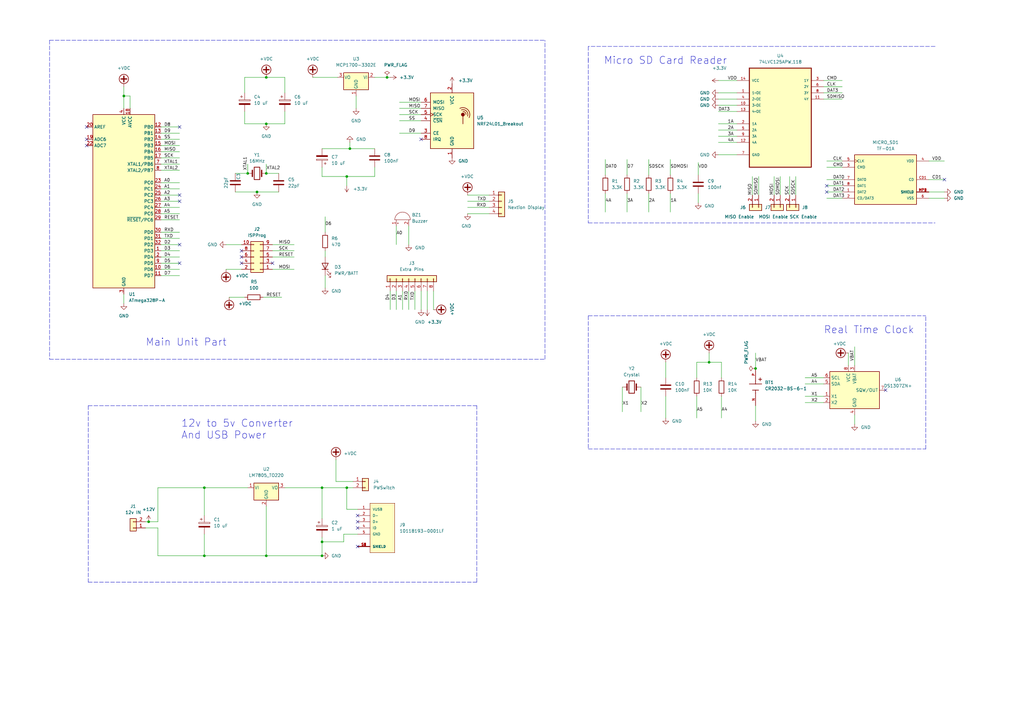
<source format=kicad_sch>
(kicad_sch (version 20211123) (generator eeschema)
  (paper "A3")
  (title_block (title "Main Unit") (date "2023-02-05") (rev "109") (company "OlsShot"))
  (lib_symbols
    (symbol "10118193-0001LF:10118193-0001LF" (pin_names (offset 1.016))
      (property "Reference" "J" (at -5.0817 10.9286 0))
      (property "Value" "10118193-0001LF" (at -5.0819 -12.7097 0))
      (symbol "10118193-0001LF_0_0"
        (pin passive line (at -10.16 7.62 0) (length 5.08) (name "VUSB") (number "1"))
        (pin passive line (at -10.16 5.08 0) (length 5.08) (name "D-") (number "2"))
        (pin passive line (at -10.16 2.54 0) (length 5.08) (name "D+") (number "3"))
        (pin passive line (at -10.16 0 0) (length 5.08) (name "ID") (number "4"))
        (pin passive line (at -10.16 -2.54 0) (length 5.08) (name "GND") (number "5"))
        (pin passive line (at -10.16 -7.62 0) (length 5.08) (name "SHIELD") (number "S1"))
        (pin passive line (at -10.16 -7.62 0) (length 5.08) (name "SHIELD") (number "S2"))
        (pin passive line (at -10.16 -7.62 0) (length 5.08) (name "SHIELD") (number "S3"))
        (pin passive line (at -10.16 -7.62 0) (length 5.08) (name "SHIELD") (number "S4"))
        (pin passive line (at -10.16 -7.62 0) (length 5.08) (name "SHIELD") (number "S5"))
        (pin passive line (at -10.16 -7.62 0) (length 5.08) (name "SHIELD") (number "S6"))
      )
    )
    (symbol "74LVC125APW_118:74LVC125APW,118" (pin_names (offset 1.016))
      (property "Reference" "U" (at -5.3629 20.3839 0))
      (property "Value" "74LVC125APW,118" (at -4.0706 -27.8833 0))
      (symbol "74LVC125APW,118_0_0"
        (pin input line (at -17.78 7.62 0) (length 5.08) (name "1~OE") (number "1"))
        (pin input line (at -17.78 2.54 0) (length 5.08) (name "3~OE") (number "10"))
        (pin output line (at 17.78 5.08 180) (length 5.08) (name "4Y") (number "11"))
        (pin input line (at -17.78 -12.7 0) (length 5.08) (name "4A") (number "12"))
        (pin input line (at -17.78 0 0) (length 5.08) (name "4~OE") (number "13"))
        (pin power_in line (at -17.78 12.7 0) (length 5.08) (name "VCC") (number "14"))
        (pin input line (at -17.78 -5.08 0) (length 5.08) (name "1A") (number "2"))
        (pin output line (at 17.78 12.7 180) (length 5.08) (name "1Y") (number "3"))
        (pin input line (at -17.78 5.08 0) (length 5.08) (name "2~OE") (number "4"))
        (pin input line (at -17.78 -7.62 0) (length 5.08) (name "2A") (number "5"))
        (pin output line (at 17.78 10.16 180) (length 5.08) (name "2Y") (number "6"))
        (pin input line (at -17.78 -17.78 0) (length 5.08) (name "GND") (number "7"))
        (pin output line (at 17.78 7.62 180) (length 5.08) (name "3Y") (number "8"))
        (pin input line (at -17.78 -10.16 0) (length 5.08) (name "3A") (number "9"))
      )
    )
    (symbol "CR2032-BS-6-1:CR2032-BS-6-1" (pin_names (offset 1.016))
      (property "Reference" "BT" (at -3.81 3.81 0))
      (property "Value" "CR2032-BS-6-1" (at -3.81 -5.08 0))
      (symbol "CR2032-BS-6-1_0_0"
        (pin passive line (at 7.62 0 180) (length 5.08) (name "~") (number "N"))
        (pin passive line (at -7.62 0 0) (length 5.08) (name "~") (number "P"))
      )
    )
    (symbol "Connector_Generic:Conn_01x02" (pin_names (offset 1.016) hide)
      (property "Reference" "J" (at 0 2.54 0))
      (property "Value" "Conn_01x02" (at 0 -5.08 0))
      (symbol "Conn_01x02_1_1"
        (pin passive line (at -5.08 0 0) (length 3.81) (name "Pin_1") (number "1"))
        (pin passive line (at -5.08 -2.54 0) (length 3.81) (name "Pin_2") (number "2"))
      )
    )
    (symbol "Connector_Generic:Conn_01x04" (pin_names (offset 1.016) hide)
      (property "Reference" "J" (at 0 5.08 0))
      (property "Value" "Conn_01x04" (at 0 -7.62 0))
      (symbol "Conn_01x04_1_1"
        (pin passive line (at -5.08 2.54 0) (length 3.81) (name "Pin_1") (number "1"))
        (pin passive line (at -5.08 0 0) (length 3.81) (name "Pin_2") (number "2"))
        (pin passive line (at -5.08 -2.54 0) (length 3.81) (name "Pin_3") (number "3"))
        (pin passive line (at -5.08 -5.08 0) (length 3.81) (name "Pin_4") (number "4"))
      )
    )
    (symbol "Connector_Generic:Conn_01x08" (pin_names (offset 1.016) hide)
      (property "Reference" "J" (at 0 10.16 0))
      (property "Value" "Conn_01x08" (at 0 -12.7 0))
      (symbol "Conn_01x08_1_1"
        (pin passive line (at -5.08 7.62 0) (length 3.81) (name "Pin_1") (number "1"))
        (pin passive line (at -5.08 5.08 0) (length 3.81) (name "Pin_2") (number "2"))
        (pin passive line (at -5.08 2.54 0) (length 3.81) (name "Pin_3") (number "3"))
        (pin passive line (at -5.08 0 0) (length 3.81) (name "Pin_4") (number "4"))
        (pin passive line (at -5.08 -2.54 0) (length 3.81) (name "Pin_5") (number "5"))
        (pin passive line (at -5.08 -5.08 0) (length 3.81) (name "Pin_6") (number "6"))
        (pin passive line (at -5.08 -7.62 0) (length 3.81) (name "Pin_7") (number "7"))
        (pin passive line (at -5.08 -10.16 0) (length 3.81) (name "Pin_8") (number "8"))
      )
    )
    (symbol "Connector_Generic:Conn_02x05_Odd_Even" (pin_names (offset 1.016) hide)
      (property "Reference" "J" (at 1.27 7.62 0))
      (property "Value" "Conn_02x05_Odd_Even" (at 1.27 -7.62 0))
      (symbol "Conn_02x05_Odd_Even_1_1"
        (pin passive line (at -5.08 5.08 0) (length 3.81) (name "Pin_1") (number "1"))
        (pin passive line (at 7.62 -5.08 180) (length 3.81) (name "Pin_10") (number "10"))
        (pin passive line (at 7.62 5.08 180) (length 3.81) (name "Pin_2") (number "2"))
        (pin passive line (at -5.08 2.54 0) (length 3.81) (name "Pin_3") (number "3"))
        (pin passive line (at 7.62 2.54 180) (length 3.81) (name "Pin_4") (number "4"))
        (pin passive line (at -5.08 0 0) (length 3.81) (name "Pin_5") (number "5"))
        (pin passive line (at 7.62 0 180) (length 3.81) (name "Pin_6") (number "6"))
        (pin passive line (at -5.08 -2.54 0) (length 3.81) (name "Pin_7") (number "7"))
        (pin passive line (at 7.62 -2.54 180) (length 3.81) (name "Pin_8") (number "8"))
        (pin passive line (at -5.08 -5.08 0) (length 3.81) (name "Pin_9") (number "9"))
      )
    )
    (symbol "Device:Buzzer" (pin_names (offset 0.0254) hide)
      (property "Reference" "BZ" (at 3.81 1.27 0))
      (property "Value" "Buzzer" (at 3.81 -1.27 0))
      (symbol "Buzzer_1_1"
        (pin passive line (at -2.54 2.54 0) (length 2.54) (name "-") (number "1"))
        (pin passive line (at -2.54 -2.54 0) (length 2.54) (name "+") (number "2"))
      )
    )
    (symbol "Device:C" (pin_numbers hide) (pin_names (offset 0.254))
      (property "Reference" "C" (at 0.635 2.54 0))
      (property "Value" "C" (at 0.635 -2.54 0))
      (symbol "C_1_1"
        (pin passive line (at 0 3.81 270) (length 2.794) (name "~") (number "1"))
        (pin passive line (at 0 -3.81 90) (length 2.794) (name "~") (number "2"))
      )
    )
    (symbol "Device:C_Polarized" (pin_numbers hide) (pin_names (offset 0.254))
      (property "Reference" "C" (at 0.635 2.54 0))
      (property "Value" "C_Polarized" (at 0.635 -2.54 0))
      (symbol "C_Polarized_1_1"
        (pin passive line (at 0 3.81 270) (length 2.794) (name "~") (number "1"))
        (pin passive line (at 0 -3.81 90) (length 2.794) (name "~") (number "2"))
      )
    )
    (symbol "Device:Crystal" (pin_numbers hide) (pin_names (offset 1.016) hide)
      (property "Reference" "Y" (at 0 3.81 0))
      (property "Value" "Crystal" (at 0 -3.81 0))
      (symbol "Crystal_1_1"
        (pin passive line (at -3.81 0 0) (length 1.27) (name "1") (number "1"))
        (pin passive line (at 3.81 0 180) (length 1.27) (name "2") (number "2"))
      )
    )
    (symbol "Device:LED" (pin_numbers hide) (pin_names (offset 1.016) hide)
      (property "Reference" "D" (at 0 2.54 0))
      (property "Value" "LED" (at 0 -2.54 0))
      (symbol "LED_1_1"
        (pin passive line (at -3.81 0 0) (length 2.54) (name "K") (number "1"))
        (pin passive line (at 3.81 0 180) (length 2.54) (name "A") (number "2"))
      )
    )
    (symbol "Device:R" (pin_numbers hide) (pin_names (offset 0))
      (property "Reference" "R" (at 2.032 0 90))
      (property "Value" "R" (at 0 0 90))
      (symbol "R_1_1"
        (pin passive line (at 0 3.81 270) (length 1.27) (name "~") (number "1"))
        (pin passive line (at 0 -3.81 90) (length 1.27) (name "~") (number "2"))
      )
    )
    (symbol "MCU_Microchip_ATmega:ATmega328P-A"
      (property "Reference" "U" (at -12.7 36.83 0))
      (property "Value" "ATmega328P-A" (at 2.54 -36.83 0))
      (symbol "ATmega328P-A_1_1"
        (pin bidirectional line (at 15.24 -20.32 180) (length 2.54) (name "PD3") (number "1"))
        (pin bidirectional line (at 15.24 -27.94 180) (length 2.54) (name "PD6") (number "10"))
        (pin bidirectional line (at 15.24 -30.48 180) (length 2.54) (name "PD7") (number "11"))
        (pin bidirectional line (at 15.24 30.48 180) (length 2.54) (name "PB0") (number "12"))
        (pin bidirectional line (at 15.24 27.94 180) (length 2.54) (name "PB1") (number "13"))
        (pin bidirectional line (at 15.24 25.4 180) (length 2.54) (name "PB2") (number "14"))
        (pin bidirectional line (at 15.24 22.86 180) (length 2.54) (name "PB3") (number "15"))
        (pin bidirectional line (at 15.24 20.32 180) (length 2.54) (name "PB4") (number "16"))
        (pin bidirectional line (at 15.24 17.78 180) (length 2.54) (name "PB5") (number "17"))
        (pin power_in line (at 2.54 38.1 270) (length 2.54) (name "AVCC") (number "18"))
        (pin input line (at -15.24 25.4 0) (length 2.54) (name "ADC6") (number "19"))
        (pin bidirectional line (at 15.24 -22.86 180) (length 2.54) (name "PD4") (number "2"))
        (pin passive line (at -15.24 30.48 0) (length 2.54) (name "AREF") (number "20"))
        (pin passive line (at 0 -38.1 90) (length 2.54) hide (name "GND") (number "21"))
        (pin input line (at -15.24 22.86 0) (length 2.54) (name "ADC7") (number "22"))
        (pin bidirectional line (at 15.24 7.62 180) (length 2.54) (name "PC0") (number "23"))
        (pin bidirectional line (at 15.24 5.08 180) (length 2.54) (name "PC1") (number "24"))
        (pin bidirectional line (at 15.24 2.54 180) (length 2.54) (name "PC2") (number "25"))
        (pin bidirectional line (at 15.24 0 180) (length 2.54) (name "PC3") (number "26"))
        (pin bidirectional line (at 15.24 -2.54 180) (length 2.54) (name "PC4") (number "27"))
        (pin bidirectional line (at 15.24 -5.08 180) (length 2.54) (name "PC5") (number "28"))
        (pin bidirectional line (at 15.24 -7.62 180) (length 2.54) (name "~{RESET}/PC6") (number "29"))
        (pin power_in line (at 0 -38.1 90) (length 2.54) (name "GND") (number "3"))
        (pin bidirectional line (at 15.24 -12.7 180) (length 2.54) (name "PD0") (number "30"))
        (pin bidirectional line (at 15.24 -15.24 180) (length 2.54) (name "PD1") (number "31"))
        (pin bidirectional line (at 15.24 -17.78 180) (length 2.54) (name "PD2") (number "32"))
        (pin power_in line (at 0 38.1 270) (length 2.54) (name "VCC") (number "4"))
        (pin passive line (at 0 -38.1 90) (length 2.54) hide (name "GND") (number "5"))
        (pin passive line (at 0 38.1 270) (length 2.54) hide (name "VCC") (number "6"))
        (pin bidirectional line (at 15.24 15.24 180) (length 2.54) (name "XTAL1/PB6") (number "7"))
        (pin bidirectional line (at 15.24 12.7 180) (length 2.54) (name "XTAL2/PB7") (number "8"))
        (pin bidirectional line (at 15.24 -25.4 180) (length 2.54) (name "PD5") (number "9"))
      )
    )
    (symbol "RF:NRF24L01_Breakout" (pin_names (offset 1.016))
      (property "Reference" "U" (at -8.89 12.7 0))
      (property "Value" "NRF24L01_Breakout" (at 3.81 12.7 0))
      (symbol "NRF24L01_Breakout_1_1"
        (pin power_in line (at 0 -15.24 90) (length 3.81) (name "GND") (number "1"))
        (pin power_in line (at 0 15.24 270) (length 3.81) (name "VCC") (number "2"))
        (pin input line (at -12.7 -5.08 0) (length 3.81) (name "CE") (number "3"))
        (pin input line (at -12.7 0 0) (length 3.81) (name "~{CSN}") (number "4"))
        (pin input clock (at -12.7 2.54 0) (length 3.81) (name "SCK") (number "5"))
        (pin input line (at -12.7 7.62 0) (length 3.81) (name "MOSI") (number "6"))
        (pin output line (at -12.7 5.08 0) (length 3.81) (name "MISO") (number "7"))
        (pin output line (at -12.7 -7.62 0) (length 3.81) (name "IRQ") (number "8"))
      )
    )
    (symbol "Regulator_Linear:LM7805_TO220" (pin_names (offset 0.254))
      (property "Reference" "U" (at -3.81 3.175 0))
      (property "Value" "LM7805_TO220" (at 0 3.175 0))
      (symbol "LM7805_TO220_1_1"
        (pin power_in line (at -7.62 0 0) (length 2.54) (name "VI") (number "1"))
        (pin power_in line (at 0 -7.62 90) (length 2.54) (name "GND") (number "2"))
        (pin power_out line (at 7.62 0 180) (length 2.54) (name "VO") (number "3"))
      )
    )
    (symbol "Regulator_Linear:MCP1700x-330xxTO" (pin_names (offset 0.254))
      (property "Reference" "U" (at -3.81 -3.175 0))
      (property "Value" "MCP1700x-330xxTO" (at 0 -3.175 0))
      (symbol "MCP1700x-330xxTO_1_1"
        (pin power_in line (at 0 7.62 270) (length 2.54) (name "GND") (number "1"))
        (pin power_in line (at -7.62 0 0) (length 2.54) (name "VI") (number "2"))
        (pin power_out line (at 7.62 0 180) (length 2.54) (name "VO") (number "3"))
      )
    )
    (symbol "TF-01A:TF-01A" (pin_names (offset 1.016))
      (property "Reference" "MICRO_SD" (at -12.7 10.795 0))
      (property "Value" "TF-01A" (at -12.7 -12.7 0))
      (symbol "TF-01A_0_0"
        (pin bidirectional line (at -17.78 -5.08 0) (length 5.08) (name "DAT2") (number "1"))
        (pin bidirectional line (at -17.78 -7.62 0) (length 5.08) (name "CD/DAT3") (number "2"))
        (pin bidirectional line (at -17.78 5.08 0) (length 5.08) (name "CMD") (number "3"))
        (pin power_in line (at 17.78 7.62 180) (length 5.08) (name "VDD") (number "4"))
        (pin bidirectional clock (at -17.78 7.62 0) (length 5.08) (name "CLK") (number "5"))
        (pin power_in line (at 17.78 -7.62 180) (length 5.08) (name "VSS") (number "6"))
        (pin bidirectional line (at -17.78 0 0) (length 5.08) (name "DAT0") (number "7"))
        (pin bidirectional line (at -17.78 -2.54 0) (length 5.08) (name "DAT1") (number "8"))
        (pin passive line (at 17.78 0 180) (length 5.08) (name "CD") (number "CD1"))
        (pin power_in line (at 17.78 -5.08 180) (length 5.08) (name "SHIELD") (number "MP1"))
        (pin power_in line (at 17.78 -5.08 180) (length 5.08) (name "SHIELD") (number "MP2"))
        (pin power_in line (at 17.78 -5.08 180) (length 5.08) (name "SHIELD") (number "MP3"))
        (pin power_in line (at 17.78 -5.08 180) (length 5.08) (name "SHIELD") (number "MP4"))
      )
    )
    (symbol "Timer_RTC:DS1307ZN+"
      (property "Reference" "U" (at -8.89 8.89 0))
      (property "Value" "DS1307ZN+" (at 1.27 8.89 0))
      (symbol "DS1307ZN+_1_1"
        (pin input line (at -12.7 -2.54 0) (length 2.54) (name "X1") (number "1"))
        (pin input line (at -12.7 -5.08 0) (length 2.54) (name "X2") (number "2"))
        (pin power_in line (at 0 10.16 270) (length 2.54) (name "VBAT") (number "3"))
        (pin power_in line (at 0 -10.16 90) (length 2.54) (name "GND") (number "4"))
        (pin bidirectional line (at -12.7 2.54 0) (length 2.54) (name "SDA") (number "5"))
        (pin input line (at -12.7 5.08 0) (length 2.54) (name "SCL") (number "6"))
        (pin open_collector line (at 12.7 0 180) (length 2.54) (name "SQW/OUT") (number "7"))
        (pin power_in line (at -2.54 10.16 270) (length 2.54) (name "VCC") (number "8"))
      )
    )
    (symbol "power:+12V" (power) (pin_names (offset 0))
      (property "Value" "+12V" (at 0 3.556 0))
      (symbol "+12V_1_1"
        (pin power_in line (at 0 0 90) (length 0) hide (name "+12V") (number "1"))
      )
    )
    (symbol "power:+3.3V" (power) (pin_names (offset 0))
      (property "Value" "+3.3V" (at 0 3.556 0))
      (symbol "+3.3V_1_1"
        (pin power_in line (at 0 0 90) (length 0) hide (name "+3.3V") (number "1"))
      )
    )
    (symbol "power:+VDC" (power) (pin_names (offset 0))
      (property "Value" "+VDC" (at 0 6.35 0))
      (symbol "+VDC_1_1"
        (pin power_in line (at 0 0 90) (length 0) hide (name "+VDC") (number "1"))
      )
    )
    (symbol "power:GND" (power) (pin_names (offset 0))
      (property "Value" "GND" (at 0 -3.81 0))
      (symbol "GND_1_1"
        (pin power_in line (at 0 0 270) (length 0) hide (name "GND") (number "1"))
      )
    )
    (symbol "power:PWR_FLAG" (power) (pin_numbers hide) (pin_names (offset 0) hide)
      (property "Value" "PWR_FLAG" (at 0 3.81 0))
      (symbol "PWR_FLAG_0_0"
        (pin power_out line (at 0 0 90) (length 0) (name "pwr") (number "1"))
      )
    )
  )
  (junction (at 109.22 31.75))
  (junction (at 109.22 50.8))
  (junction (at 290.83 148.59))
  (junction (at 60.96 213.995))
  (junction (at 50.8 39.37))
  (junction (at 132.08 227.965))
  (junction (at 142.24 72.39))
  (junction (at 142.24 200.025))
  (junction (at 109.22 227.965))
  (junction (at 101.6 71.12))
  (junction (at 143.51 60.96))
  (junction (at 158.75 31.75))
  (junction (at 83.82 227.965))
  (junction (at 83.82 200.025))
  (junction (at 105.41 78.74))
  (junction (at 132.08 222.25))
  (junction (at 109.22 71.12))
  (junction (at 309.88 151.13))
  (junction (at 132.08 200.025))
  (no_connect (at 35.56 59.69))
  (no_connect (at 99.06 102.87))
  (no_connect (at 73.66 52.07))
  (no_connect (at 172.72 57.15))
  (no_connect (at 339.09 78.74))
  (no_connect (at 111.76 107.95))
  (no_connect (at 146.685 213.995))
  (no_connect (at 99.06 107.95))
  (no_connect (at 73.66 100.33))
  (no_connect (at 73.66 107.95))
  (no_connect (at 99.06 105.41))
  (no_connect (at 73.66 82.55))
  (no_connect (at 146.685 216.535))
  (no_connect (at 387.35 73.66))
  (no_connect (at 146.685 224.155))
  (no_connect (at 35.56 57.15))
  (no_connect (at 146.685 211.455))
  (no_connect (at 339.09 76.2))
  (no_connect (at 35.56 52.07))
  (no_connect (at 73.66 80.01))
  (no_connect (at 363.22 160.02))
  (wire (pts (xy 111.76 100.33) (xy 120.65 100.33)))
  (wire (pts (xy 66.04 113.03) (xy 73.66 113.03)))
  (wire (pts (xy 66.04 74.93) (xy 73.66 74.93)))
  (wire (pts (xy 53.34 39.37) (xy 50.8 39.37)))
  (polyline (pts (xy 223.52 147.32) (xy 223.52 16.51)))
  (wire (pts (xy 273.05 148.59) (xy 273.05 154.94)))
  (wire (pts (xy 162.56 92.71) (xy 162.56 100.33)))
  (wire (pts (xy 286.385 79.375) (xy 286.385 83.185)))
  (wire (pts (xy 83.82 219.075) (xy 83.82 227.965)))
  (wire (pts (xy 381 78.74) (xy 387.35 78.74)))
  (wire (pts (xy 330.2 154.94) (xy 337.82 154.94)))
  (wire (pts (xy 317.5 72.39) (xy 317.5 80.01)))
  (polyline (pts (xy 241.3 129.54) (xy 379.73 129.54)))
  (wire (pts (xy 137.795 188.595) (xy 137.795 197.485)))
  (wire (pts (xy 66.04 100.33) (xy 73.66 100.33)))
  (wire (pts (xy 294.64 58.42) (xy 302.26 58.42)))
  (polyline (pts (xy 241.3 91.44) (xy 383.54 91.44)))
  (wire (pts (xy 96.52 78.74) (xy 105.41 78.74)))
  (wire (pts (xy 93.98 121.92) (xy 100.33 121.92)))
  (wire (pts (xy 285.75 154.94) (xy 285.75 148.59)))
  (wire (pts (xy 337.82 33.02) (xy 345.44 33.02)))
  (wire (pts (xy 294.64 33.02) (xy 302.26 33.02)))
  (wire (pts (xy 294.64 43.18) (xy 302.26 43.18)))
  (wire (pts (xy 295.91 148.59) (xy 295.91 154.94)))
  (wire (pts (xy 100.33 31.75) (xy 109.22 31.75)))
  (wire (pts (xy 337.82 38.1) (xy 345.44 38.1)))
  (wire (pts (xy 257.175 65.405) (xy 257.175 71.755)))
  (polyline (pts (xy 379.73 184.15) (xy 379.73 129.54)))
  (wire (pts (xy 165.1 119.38) (xy 165.1 127)))
  (polyline (pts (xy 241.3 19.05) (xy 241.3 25.4)))
  (wire (pts (xy 146.685 208.915) (xy 142.24 208.915)))
  (wire (pts (xy 92.71 110.49) (xy 99.06 110.49)))
  (wire (pts (xy 109.22 227.965) (xy 109.22 207.645)))
  (wire (pts (xy 132.08 72.39) (xy 142.24 72.39)))
  (polyline (pts (xy 36.195 166.37) (xy 195.58 166.37)))
  (wire (pts (xy 191.77 87.63) (xy 200.66 87.63)))
  (wire (pts (xy 60.96 213.995) (xy 64.77 213.995)))
  (wire (pts (xy 350.52 170.18) (xy 350.52 173.99)))
  (wire (pts (xy 160.02 119.38) (xy 160.02 127)))
  (wire (pts (xy 50.8 39.37) (xy 50.8 44.45)))
  (wire (pts (xy 339.09 73.66) (xy 345.44 73.66)))
  (wire (pts (xy 133.35 113.03) (xy 133.35 118.11)))
  (wire (pts (xy 163.83 44.45) (xy 172.72 44.45)))
  (wire (pts (xy 66.04 110.49) (xy 73.66 110.49)))
  (wire (pts (xy 116.84 50.8) (xy 109.22 50.8)))
  (wire (pts (xy 64.77 216.535) (xy 64.77 227.965)))
  (wire (pts (xy 163.83 54.61) (xy 172.72 54.61)))
  (wire (pts (xy 339.09 81.28) (xy 345.44 81.28)))
  (wire (pts (xy 191.77 85.09) (xy 200.66 85.09)))
  (wire (pts (xy 266.065 65.405) (xy 266.065 71.755)))
  (wire (pts (xy 274.955 79.375) (xy 274.955 86.995)))
  (wire (pts (xy 330.2 162.56) (xy 337.82 162.56)))
  (wire (pts (xy 109.22 67.31) (xy 109.22 71.12)))
  (wire (pts (xy 294.64 38.1) (xy 302.26 38.1)))
  (wire (pts (xy 101.6 67.31) (xy 101.6 71.12)))
  (wire (pts (xy 153.67 72.39) (xy 153.67 68.58)))
  (wire (pts (xy 66.04 69.85) (xy 73.66 69.85)))
  (wire (pts (xy 132.08 222.25) (xy 132.08 220.345)))
  (wire (pts (xy 248.285 79.375) (xy 248.285 86.995)))
  (wire (pts (xy 66.04 107.95) (xy 73.66 107.95)))
  (wire (pts (xy 285.75 148.59) (xy 290.83 148.59)))
  (wire (pts (xy 66.04 57.15) (xy 73.66 57.15)))
  (wire (pts (xy 381 73.66) (xy 387.35 73.66)))
  (wire (pts (xy 132.08 200.025) (xy 132.08 212.725)))
  (wire (pts (xy 172.72 119.38) (xy 172.72 127)))
  (wire (pts (xy 347.98 144.78) (xy 347.98 149.86)))
  (wire (pts (xy 167.64 119.38) (xy 167.64 127)))
  (wire (pts (xy 116.84 200.025) (xy 132.08 200.025)))
  (wire (pts (xy 143.51 58.42) (xy 143.51 60.96)))
  (wire (pts (xy 111.76 110.49) (xy 120.65 110.49)))
  (wire (pts (xy 146.05 39.37) (xy 146.05 44.45)))
  (polyline (pts (xy 241.3 129.54) (xy 241.3 184.15)))
  (wire (pts (xy 66.04 105.41) (xy 73.66 105.41)))
  (wire (pts (xy 191.77 80.01) (xy 200.66 80.01)))
  (wire (pts (xy 66.04 97.79) (xy 73.66 97.79)))
  (wire (pts (xy 59.69 216.535) (xy 64.77 216.535)))
  (wire (pts (xy 111.76 105.41) (xy 120.65 105.41)))
  (wire (pts (xy 146.685 219.075) (xy 140.97 219.075)))
  (wire (pts (xy 163.83 49.53) (xy 172.72 49.53)))
  (wire (pts (xy 107.95 121.92) (xy 115.57 121.92)))
  (wire (pts (xy 64.77 200.025) (xy 83.82 200.025)))
  (wire (pts (xy 330.2 157.48) (xy 337.82 157.48)))
  (wire (pts (xy 266.065 79.375) (xy 266.065 86.995)))
  (wire (pts (xy 64.77 227.965) (xy 83.82 227.965)))
  (wire (pts (xy 66.04 82.55) (xy 73.66 82.55)))
  (wire (pts (xy 381 81.28) (xy 387.35 81.28)))
  (wire (pts (xy 274.955 65.405) (xy 274.955 71.755)))
  (polyline (pts (xy 195.58 238.76) (xy 195.58 166.37)))
  (wire (pts (xy 66.04 54.61) (xy 73.66 54.61)))
  (wire (pts (xy 105.41 78.74) (xy 114.3 78.74)))
  (wire (pts (xy 248.285 65.405) (xy 248.285 71.755)))
  (wire (pts (xy 137.795 197.485) (xy 144.78 197.485)))
  (wire (pts (xy 170.18 119.38) (xy 170.18 127)))
  (wire (pts (xy 350.52 142.24) (xy 350.52 149.86)))
  (wire (pts (xy 311.15 72.39) (xy 311.15 80.01)))
  (wire (pts (xy 255.27 158.75) (xy 255.27 168.91)))
  (wire (pts (xy 290.83 144.78) (xy 290.83 148.59)))
  (polyline (pts (xy 20.32 16.51) (xy 20.32 147.32)))
  (wire (pts (xy 50.8 35.56) (xy 50.8 39.37)))
  (wire (pts (xy 109.22 31.75) (xy 116.84 31.75)))
  (wire (pts (xy 109.22 227.965) (xy 132.08 227.965)))
  (wire (pts (xy 290.83 148.59) (xy 295.91 148.59)))
  (wire (pts (xy 153.67 31.75) (xy 158.75 31.75)))
  (wire (pts (xy 339.09 66.04) (xy 345.44 66.04)))
  (wire (pts (xy 66.04 52.07) (xy 73.66 52.07)))
  (wire (pts (xy 163.83 41.91) (xy 172.72 41.91)))
  (wire (pts (xy 59.69 213.995) (xy 60.96 213.995)))
  (wire (pts (xy 92.71 100.33) (xy 99.06 100.33)))
  (wire (pts (xy 66.04 80.01) (xy 73.66 80.01)))
  (wire (pts (xy 294.64 53.34) (xy 302.26 53.34)))
  (wire (pts (xy 100.33 50.8) (xy 100.33 45.72)))
  (polyline (pts (xy 241.3 184.15) (xy 379.73 184.15)))
  (wire (pts (xy 66.04 85.09) (xy 73.66 85.09)))
  (wire (pts (xy 83.82 200.025) (xy 83.82 211.455)))
  (wire (pts (xy 309.88 144.78) (xy 309.88 151.13)))
  (wire (pts (xy 64.77 213.995) (xy 64.77 200.025)))
  (polyline (pts (xy 36.195 238.76) (xy 195.58 238.76)))
  (wire (pts (xy 175.26 119.38) (xy 175.26 127)))
  (wire (pts (xy 163.83 46.99) (xy 172.72 46.99)))
  (wire (pts (xy 337.82 40.64) (xy 345.44 40.64)))
  (polyline (pts (xy 36.195 166.37) (xy 36.195 238.76)))
  (wire (pts (xy 133.35 88.9) (xy 133.35 95.25)))
  (wire (pts (xy 262.89 158.75) (xy 262.89 168.91)))
  (wire (pts (xy 140.97 222.25) (xy 132.08 222.25)))
  (wire (pts (xy 132.08 68.58) (xy 132.08 72.39)))
  (wire (pts (xy 66.04 67.31) (xy 73.66 67.31)))
  (wire (pts (xy 381 66.04) (xy 387.35 66.04)))
  (wire (pts (xy 294.64 63.5) (xy 302.26 63.5)))
  (wire (pts (xy 257.175 79.375) (xy 257.175 86.995)))
  (wire (pts (xy 294.64 45.72) (xy 302.26 45.72)))
  (wire (pts (xy 143.51 60.96) (xy 153.67 60.96)))
  (polyline (pts (xy 241.3 24.13) (xy 241.3 91.44)))
  (wire (pts (xy 273.05 162.56) (xy 273.05 171.45)))
  (wire (pts (xy 167.64 92.71) (xy 167.64 100.33)))
  (wire (pts (xy 128.27 31.75) (xy 138.43 31.75)))
  (wire (pts (xy 337.82 35.56) (xy 345.44 35.56)))
  (wire (pts (xy 66.04 59.69) (xy 73.66 59.69)))
  (wire (pts (xy 339.09 76.2) (xy 345.44 76.2)))
  (wire (pts (xy 132.08 200.025) (xy 142.24 200.025)))
  (wire (pts (xy 100.33 38.1) (xy 100.33 31.75)))
  (polyline (pts (xy 20.32 147.32) (xy 223.52 147.32)))
  (wire (pts (xy 339.09 78.74) (xy 345.44 78.74)))
  (wire (pts (xy 177.8 119.38) (xy 177.8 127)))
  (wire (pts (xy 83.82 227.965) (xy 109.22 227.965)))
  (wire (pts (xy 140.97 219.075) (xy 140.97 222.25)))
  (wire (pts (xy 101.6 200.025) (xy 83.82 200.025)))
  (wire (pts (xy 308.61 72.39) (xy 308.61 80.01)))
  (wire (pts (xy 66.04 90.17) (xy 73.66 90.17)))
  (wire (pts (xy 142.24 208.915) (xy 142.24 200.025)))
  (wire (pts (xy 142.24 72.39) (xy 142.24 76.2)))
  (wire (pts (xy 295.91 162.56) (xy 295.91 171.45)))
  (wire (pts (xy 326.39 72.39) (xy 326.39 80.01)))
  (wire (pts (xy 142.24 200.025) (xy 144.78 200.025)))
  (wire (pts (xy 339.09 68.58) (xy 345.44 68.58)))
  (wire (pts (xy 66.04 95.25) (xy 73.66 95.25)))
  (wire (pts (xy 294.64 55.88) (xy 302.26 55.88)))
  (wire (pts (xy 320.04 72.39) (xy 320.04 80.01)))
  (wire (pts (xy 111.76 102.87) (xy 120.65 102.87)))
  (wire (pts (xy 50.8 120.65) (xy 50.8 124.46)))
  (wire (pts (xy 66.04 87.63) (xy 73.66 87.63)))
  (wire (pts (xy 132.08 227.965) (xy 132.08 222.25)))
  (polyline (pts (xy 383.54 19.05) (xy 241.3 19.05)))
  (wire (pts (xy 66.04 64.77) (xy 73.66 64.77)))
  (wire (pts (xy 294.64 50.8) (xy 302.26 50.8)))
  (polyline (pts (xy 20.32 16.51) (xy 223.52 16.51)))
  (wire (pts (xy 53.34 44.45) (xy 53.34 39.37)))
  (wire (pts (xy 109.22 50.8) (xy 100.33 50.8)))
  (wire (pts (xy 294.64 40.64) (xy 302.26 40.64)))
  (wire (pts (xy 66.04 102.87) (xy 73.66 102.87)))
  (wire (pts (xy 66.04 62.23) (xy 73.66 62.23)))
  (wire (pts (xy 66.04 77.47) (xy 73.66 77.47)))
  (wire (pts (xy 96.52 71.12) (xy 101.6 71.12)))
  (wire (pts (xy 109.22 71.12) (xy 114.3 71.12)))
  (wire (pts (xy 158.75 31.75) (xy 160.02 31.75)))
  (wire (pts (xy 285.75 162.56) (xy 285.75 171.45)))
  (wire (pts (xy 309.88 166.37) (xy 309.88 172.72)))
  (wire (pts (xy 142.24 72.39) (xy 153.67 72.39)))
  (wire (pts (xy 116.84 45.72) (xy 116.84 50.8)))
  (wire (pts (xy 330.2 165.1) (xy 337.82 165.1)))
  (wire (pts (xy 133.35 102.87) (xy 133.35 105.41)))
  (wire (pts (xy 132.08 60.96) (xy 143.51 60.96)))
  (wire (pts (xy 286.385 66.675) (xy 286.385 71.755)))
  (wire (pts (xy 323.85 72.39) (xy 323.85 80.01)))
  (wire (pts (xy 116.84 31.75) (xy 116.84 38.1)))
  (wire (pts (xy 162.56 119.38) (xy 162.56 127)))
  (wire (pts (xy 191.77 82.55) (xy 200.66 82.55)))
  (text "Micro SD Card Reader" (at 247.65 26.67 0) (effects (font (size 3 3)) (justify left bottom)))
  (text "Main Unit Part" (at 59.69 142.24 0) (effects (font (size 3 3)) (justify left bottom)))
  (text "12v to 5v Converter\nAnd USB Power" (at 74.295 180.34 0) (effects (font (size 3 3)) (justify left bottom)))
  (text "Real Time Clock" (at 337.82 137.16 0) (effects (font (size 3 3)) (justify left bottom)))
  (label "VBAT" (at 350.52 143.51 270))
  (label "D6" (at 67.31 110.49 0))
  (label "TXD" (at 67.31 97.79 0))
  (label "MISO" (at 167.64 44.45 0))
  (label "D7" (at 257.175 69.215 0))
  (label "SS" (at 67.31 57.15 0))
  (label "D4" (at 160.02 123.19 90))
  (label "D3" (at 162.56 123.19 90))
  (label "A1" (at 67.31 77.47 0))
  (label "X2" (at 262.89 166.37 0))
  (label "A4" (at 332.74 157.48 0))
  (label "VDD" (at 298.45 33.02 0))
  (label "X2" (at 332.74 165.1 0))
  (label "VBAT" (at 309.88 148.59 0))
  (label "DAT0" (at 248.285 69.215 0))
  (label "4A" (at 248.285 83.185 0))
  (label "A2" (at 67.31 80.01 0))
  (label "VDD" (at 382.27 66.04 0))
  (label "D3" (at 67.31 102.87 0))
  (label "2A" (at 298.45 53.34 0))
  (label "D5" (at 67.31 107.95 0))
  (label "DAT3" (at 339.09 38.1 0))
  (label "MISO" (at 114.3 100.33 0))
  (label "RXD" (at 167.64 123.19 90))
  (label "XTAL1" (at 101.6 69.85 90))
  (label "SDSCK" (at 326.39 80.01 90))
  (label "SDMOSI" (at 274.955 69.215 0))
  (label "RESET" (at 109.22 121.92 0))
  (label "1A" (at 274.955 83.185 0))
  (label "3A" (at 257.175 83.185 0))
  (label "D2" (at 67.31 100.33 0))
  (label "CLK" (at 341.63 66.04 0))
  (label "XTAL2" (at 67.31 69.85 0))
  (label "SCK" (at 323.85 80.01 90))
  (label "SCK" (at 114.3 102.87 0))
  (label "MOSI" (at 317.5 80.01 90))
  (label "A1" (at 165.1 123.19 90))
  (label "SS" (at 167.64 49.53 0))
  (label "DAT1" (at 341.63 76.2 0))
  (label "CMD" (at 341.63 68.58 0))
  (label "A3" (at 67.31 82.55 0))
  (label "A0" (at 162.56 96.52 0))
  (label "SCK" (at 167.64 46.99 0))
  (label "D9" (at 67.31 54.61 0))
  (label "A5" (at 285.75 168.91 0))
  (label "MOSI" (at 167.64 41.91 0))
  (label "MISO" (at 308.61 80.01 90))
  (label "D4" (at 67.31 105.41 0))
  (label "A4" (at 67.31 85.09 0))
  (label "DAT0" (at 341.63 73.66 0))
  (label "4A" (at 298.45 58.42 0))
  (label "A0" (at 67.31 74.93 0))
  (label "MISO" (at 67.31 62.23 0))
  (label "MOSI" (at 67.31 59.69 0))
  (label "D8" (at 67.31 52.07 0))
  (label "CD1" (at 382.27 73.66 0))
  (label "TXD" (at 199.39 82.55 180))
  (label "CMD" (at 339.09 33.02 0))
  (label "RESET" (at 67.31 90.17 0))
  (label "SDMISO" (at 311.15 80.01 90))
  (label "D7" (at 67.31 113.03 0))
  (label "TXD" (at 170.18 123.19 90))
  (label "A5" (at 67.31 87.63 0))
  (label "SDMOSI" (at 320.04 80.01 90))
  (label "1A" (at 298.45 50.8 0))
  (label "RXD" (at 67.31 95.25 0))
  (label "D6" (at 133.35 92.71 0))
  (label "D9" (at 167.64 54.61 0))
  (label "XTAL1" (at 67.31 67.31 0))
  (label "A5" (at 332.74 154.94 0))
  (label "DAT2" (at 341.63 78.74 0))
  (label "VDD" (at 286.385 69.215 0))
  (label "A4" (at 295.91 168.91 0))
  (label "CLK" (at 339.09 35.56 0))
  (label "RESET" (at 114.3 105.41 0))
  (label "X1" (at 332.74 162.56 0))
  (label "XTAL2" (at 109.22 69.85 0))
  (label "SCK" (at 67.31 64.77 0))
  (label "MOSI" (at 114.3 110.49 0))
  (label "DAT3" (at 341.63 81.28 0))
  (label "2A" (at 266.065 83.185 0))
  (label "RXD" (at 199.39 85.09 180))
  (label "SDMISO" (at 339.09 40.64 0))
  (label "X1" (at 255.27 166.37 0))
  (label "3A" (at 298.45 55.88 0))
  (label "SDSCK" (at 266.065 69.215 0))
  (label "DAT3" (at 294.64 45.72 0))
  (symbol (lib_id "Device:C_Polarized") (at 132.08 64.77 180) (unit 1)
    (property "Reference" "C7" (at 135.89 64.3889 0) (effects (justify right)))
    (property "Value" "10 uF" (at 135.89 66.9289 0) (effects (justify right)))
    (property "Footprint" "Capacitor_THT:CP_Radial_D5.0mm_P2.50mm" (effects hide))
  )
  (symbol (lib_id "power:GND") (at 146.05 44.45 0) (unit 1)
    (property "Reference" "#PWR022" (effects hide))
    (property "Value" "GND" (at 146.05 49.53 0))
  )
  (symbol (lib_id "Device:R") (at 266.065 75.565 0) (unit 1)
    (property "Reference" "R3" (at 268.605 74.2949 0) (effects (justify left)))
    (property "Value" "3.3K" (at 268.605 76.8349 0) (effects (justify left)))
    (property "Footprint" "Resistor_SMD:R_0603_1608Metric" (effects hide))
    (property "LCSC" "C22978" (effects hide))
  )
  (symbol (lib_id "Timer_RTC:DS1307ZN+") (at 350.52 160.02 0) (unit 1)
    (property "Reference" "U6" (at 368.3 155.6893 0))
    (property "Value" "DS1307ZN+" (at 368.3 158.2293 0))
    (property "Footprint" "Package_SO:SOIC-8_3.9x4.9mm_P1.27mm" (effects hide))
    (property "Datasheet" "https://datasheets.maximintegrated.com/en/ds/DS1307.pdf" (effects hide))
    (property "LCSC" "C356706" (effects hide))
  )
  (symbol (lib_id "power:GND") (at 350.52 173.99 0) (unit 1)
    (property "Reference" "#PWR052" (effects hide))
    (property "Value" "GND" (at 353.06 175.2599 0) (effects (justify left)))
  )
  (symbol (lib_id "power:+VDC") (at 92.71 110.49 180) (unit 1)
    (property "Reference" "#PWR010" (effects hide))
    (property "Value" "+VDC" (at 96.52 113.0934 0) (effects (justify right)))
  )
  (symbol (lib_id "Regulator_Linear:LM7805_TO220") (at 109.22 200.025 0) (unit 1)
    (property "Reference" "U2" (at 109.22 192.405 0))
    (property "Value" "LM7805_TO220" (at 109.22 194.945 0))
    (property "Footprint" "Package_TO_SOT_THT:TO-220-3_Vertical" (effects hide))
    (property "Datasheet" "https://www.onsemi.cn/PowerSolutions/document/MC7800-D.PDF" (effects hide))
  )
  (symbol (lib_id "Connector_Generic:Conn_02x05_Odd_Even") (at 106.68 105.41 180) (unit 1)
    (property "Reference" "J2" (at 105.41 93.98 0))
    (property "Value" "ISPProg" (at 105.41 96.52 0))
    (property "Footprint" "Connector_IDC:IDC-Header_2x05_P2.54mm_Vertical" (effects hide))
  )
  (symbol (lib_id "Device:C_Polarized") (at 116.84 41.91 0) (unit 1)
    (property "Reference" "C6" (at 120.65 39.7509 0) (effects (justify left)))
    (property "Value" "10 uF" (at 120.65 42.2909 0) (effects (justify left)))
    (property "Footprint" "Capacitor_THT:CP_Radial_D5.0mm_P2.50mm" (effects hide))
  )
  (symbol (lib_id "power:GND") (at 309.88 172.72 0) (unit 1)
    (property "Reference" "#PWR045" (effects hide))
    (property "Value" "GND" (at 312.42 173.9899 0) (effects (justify left)))
  )
  (symbol (lib_id "power:+VDC") (at 128.27 31.75 0) (unit 1)
    (property "Reference" "#PWR018" (effects hide))
    (property "Value" "+VDC" (at 128.27 24.13 0))
  )
  (symbol (lib_id "power:+VDC") (at 347.98 144.78 90) (unit 1)
    (property "Reference" "#PWR0101" (effects hide))
    (property "Value" "+VDC" (at 341.63 140.97 90) (effects (justify right)))
  )
  (symbol (lib_id "Device:C") (at 96.52 74.93 0) (unit 1)
    (property "Reference" "C3" (at 97.79 72.39 90))
    (property "Value" "22pF" (at 92.71 74.93 90))
    (property "Footprint" "Capacitor_SMD:C_0603_1608Metric" (effects hide))
    (property "LCSC" "C1653" (effects hide))
  )
  (symbol (lib_id "power:+VDC") (at 93.98 121.92 180) (unit 1)
    (property "Reference" "#PWR011" (effects hide))
    (property "Value" "+VDC" (at 97.79 124.5234 0) (effects (justify right)))
  )
  (symbol (lib_id "power:GND") (at 191.77 87.63 0) (unit 1)
    (property "Reference" "#PWR054" (effects hide))
    (property "Value" "GND" (at 189.23 92.71 0) (effects (justify left)))
  )
  (symbol (lib_id "power:+3.3V") (at 160.02 31.75 270) (unit 1)
    (property "Reference" "#PWR027" (effects hide))
    (property "Value" "+3.3V" (at 163.83 31.7499 90) (effects (justify left)))
  )
  (symbol (lib_id "Connector_Generic:Conn_01x02") (at 54.61 216.535 180) (unit 1)
    (property "Reference" "J1" (at 54.61 207.645 0))
    (property "Value" "12v IN" (at 54.61 210.185 0))
    (property "Footprint" "Connector_JST:JST_EH_B2B-EH-A_1x02_P2.50mm_Vertical" (effects hide))
  )
  (symbol (lib_id "Regulator_Linear:MCP1700x-330xxTO") (at 146.05 31.75 180) (unit 1)
    (property "Reference" "U3" (at 146.05 24.13 0))
    (property "Value" "MCP1700-3302E" (at 146.05 26.67 0))
    (property "Footprint" "Package_TO_SOT_THT:TO-92_Inline" (effects hide))
    (property "Datasheet" "http://ww1.microchip.com/downloads/en/DeviceDoc/20001826D.pdf" (effects hide))
  )
  (symbol (lib_id "power:GND") (at 143.51 58.42 180) (unit 1)
    (property "Reference" "#PWR021" (effects hide))
    (property "Value" "GND" (at 146.05 57.1499 0) (effects (justify right)))
  )
  (symbol (lib_id "MCU_Microchip_ATmega:ATmega328P-A") (at 50.8 82.55 0) (unit 1)
    (property "Reference" "U1" (at 52.8194 120.65 0) (effects (justify left)))
    (property "Value" "ATmega328P-A" (at 52.8194 123.19 0) (effects (justify left)))
    (property "Footprint" "Package_QFP:TQFP-32_7x7mm_P0.8mm" (effects hide))
    (property "Datasheet" "http://ww1.microchip.com/downloads/en/DeviceDoc/ATmega328_P%20AVR%20MCU%20with%20picoPower%20Technology%20Data%20Sheet%2040001984A.pdf" (effects hide))
    (property "LCSC" "C14877" (effects hide))
  )
  (symbol (lib_id "Device:Crystal") (at 105.41 71.12 180) (unit 1)
    (property "Reference" "Y1" (at 105.41 63.5 0))
    (property "Value" "16MHz" (at 105.41 66.04 0))
    (property "Footprint" "Crystal:Crystal_HC18-U_Vertical" (effects hide))
  )
  (symbol (lib_id "power:GND") (at 273.05 171.45 0) (unit 1)
    (property "Reference" "#PWR040" (effects hide))
    (property "Value" "GND" (at 275.59 172.7199 0) (effects (justify left)))
  )
  (symbol (lib_id "power:GND") (at 294.64 43.18 270) (unit 1)
    (property "Reference" "#PWR013" (effects hide))
    (property "Value" "GND" (at 287.02 43.18 90) (effects (justify left)))
  )
  (symbol (lib_id "Connector_Generic:Conn_01x02") (at 326.39 85.09 270) (unit 1)
    (property "Reference" "J8" (at 328.93 85.09 90) (effects (justify left)))
    (property "Value" "SCK Enable" (at 323.85 88.9 90) (effects (justify left)))
    (property "Footprint" "Connector_PinHeader_2.54mm:PinHeader_1x02_P2.54mm_Vertical" (effects hide))
  )
  (symbol (lib_id "Device:R") (at 285.75 158.75 0) (unit 1)
    (property "Reference" "R13" (at 288.29 157.4799 0) (effects (justify left)))
    (property "Value" "10K" (at 288.29 160.0199 0) (effects (justify left)))
    (property "Footprint" "Resistor_SMD:R_0603_1608Metric" (effects hide))
    (property "LCSC" "C25804" (effects hide))
  )
  (symbol (lib_id "Connector_Generic:Conn_01x02") (at 311.15 85.09 270) (unit 1)
    (property "Reference" "J6" (at 303.53 85.09 90) (effects (justify left)))
    (property "Value" "MISO Enable" (at 297.18 88.9 90) (effects (justify left)))
    (property "Footprint" "Connector_PinHeader_2.54mm:PinHeader_1x02_P2.54mm_Vertical" (effects hide))
  )
  (symbol (lib_id "power:GND") (at 294.64 63.5 270) (unit 1)
    (property "Reference" "#PWR014" (effects hide))
    (property "Value" "GND" (at 287.02 63.5 90) (effects (justify left)))
  )
  (symbol (lib_id "TF-01A:TF-01A") (at 363.22 73.66 0) (unit 1)
    (property "Reference" "MICRO_SD1" (at 363.22 58.42 0))
    (property "Value" "TF-01A" (at 363.22 60.96 0))
    (property "Footprint" "TF-01A" (effects hide))
    (property "Package" "Package" (effects hide))
    (property "MF" "HRO Electronics Co., Ltd." (effects hide))
    (property "Description" "Standard Card Edge Connectors" (effects hide))
    (property "MP" "TF-01A" (effects hide))
    (property "Availability" "Not in stock" (effects hide))
    (property "Price" "None" (effects hide))
    (property "LCSC" "C91145" (effects hide))
  )
  (symbol (lib_id "Device:R") (at 133.35 99.06 0) (unit 1)
    (property "Reference" "R6" (at 135.89 97.7899 0) (effects (justify left)))
    (property "Value" "470" (at 135.89 100.3299 0) (effects (justify left)))
    (property "Footprint" "Resistor_SMD:R_0603_1608Metric" (effects hide))
    (property "LCSC" "C23179" (effects hide))
  )
  (symbol (lib_id "RF:NRF24L01_Breakout") (at 185.42 49.53 0) (unit 1)
    (property "Reference" "U5" (at 195.58 48.2599 0) (effects (justify left)))
    (property "Value" "NRF24L01_Breakout" (at 195.58 50.7999 0) (effects (justify left)))
    (property "Footprint" "RF_Module:nRF24L01_Breakout" (effects hide))
    (property "Datasheet" "http://www.nordicsemi.com/eng/content/download/2730/34105/file/nRF24L01_Product_Specification_v2_0.pdf" (effects hide))
  )
  (symbol (lib_id "Connector_Generic:Conn_01x04") (at 205.74 82.55 0) (unit 1)
    (property "Reference" "J5" (at 208.28 82.5499 0) (effects (justify left)))
    (property "Value" "Nextion Display" (at 208.28 85.0899 0) (effects (justify left)))
    (property "Footprint" "Connector_JST:JST_EH_B4B-EH-A_1x04_P2.50mm_Vertical" (effects hide))
  )
  (symbol (lib_id "power:PWR_FLAG") (at 158.75 31.75 0) (unit 1)
    (property "Reference" "#FLG04" (effects hide))
    (property "Value" "PWR_FLAG" (at 157.48 26.67 0) (effects (justify left)))
  )
  (symbol (lib_id "power:+VDC") (at 177.8 127 270) (unit 1)
    (property "Reference" "#PWR034" (effects hide))
    (property "Value" "+VDC" (at 185.42 129.54 0) (effects (justify right)))
  )
  (symbol (lib_id "Device:C_Polarized") (at 100.33 41.91 0) (unit 1)
    (property "Reference" "C4" (at 104.14 39.7509 0) (effects (justify left)))
    (property "Value" "10 uF" (at 104.14 42.2909 0) (effects (justify left)))
    (property "Footprint" "Capacitor_THT:CP_Radial_D5.0mm_P2.50mm" (effects hide))
  )
  (symbol (lib_id "Device:C") (at 286.385 75.565 0) (unit 1)
    (property "Reference" "C9" (at 290.195 74.2949 0) (effects (justify left)))
    (property "Value" "100nf" (at 290.195 76.8349 0) (effects (justify left)))
    (property "Footprint" "Capacitor_THT:C_Disc_D5.0mm_W2.5mm_P2.50mm" (effects hide))
  )
  (symbol (lib_id "power:GND") (at 92.71 100.33 270) (unit 1)
    (property "Reference" "#PWR09" (effects hide))
    (property "Value" "GND" (at 85.09 100.33 90) (effects (justify left)))
  )
  (symbol (lib_id "power:+VDC") (at 109.22 31.75 0) (unit 1)
    (property "Reference" "#PWR016" (effects hide))
    (property "Value" "+VDC" (at 109.22 24.13 0))
  )
  (symbol (lib_id "Device:Buzzer") (at 165.1 90.17 90) (unit 1)
    (property "Reference" "BZ1" (at 168.91 88.1379 90) (effects (justify right)))
    (property "Value" "Buzzer" (at 168.91 90.6779 90) (effects (justify right)))
    (property "Footprint" "Buzzer_Beeper:Buzzer_15x7.5RM7.6" (effects hide))
  )
  (symbol (lib_id "power:GND") (at 167.64 100.33 0) (unit 1)
    (property "Reference" "#PWR030" (effects hide))
    (property "Value" "GND" (at 170.18 101.5999 0) (effects (justify left)))
  )
  (symbol (lib_id "Connector_Generic:Conn_01x02") (at 149.86 197.485 0) (unit 1)
    (property "Reference" "J4" (at 153.035 197.4849 0) (effects (justify left)))
    (property "Value" "PWSwitch" (at 153.035 200.0249 0) (effects (justify left)))
    (property "Footprint" "Connector_JST:JST_EH_B2B-EH-A_1x02_P2.50mm_Vertical" (effects hide))
  )
  (symbol (lib_id "power:GND") (at 50.8 124.46 0) (unit 1)
    (property "Reference" "#PWR06" (effects hide))
    (property "Value" "GND" (at 50.8 129.54 0))
  )
  (symbol (lib_id "power:GND") (at 132.08 227.965 90) (unit 1)
    (property "Reference" "#PWR02" (effects hide))
    (property "Value" "GND" (at 135.89 227.9649 90) (effects (justify right)))
  )
  (symbol (lib_id "Device:C") (at 153.67 64.77 0) (unit 1)
    (property "Reference" "C8" (at 157.48 63.4999 0) (effects (justify left)))
    (property "Value" "100nF" (at 157.48 66.0399 0) (effects (justify left)))
    (property "Footprint" "Capacitor_THT:C_Disc_D5.0mm_W2.5mm_P2.50mm" (effects hide))
  )
  (symbol (lib_id "CR2032-BS-6-1:CR2032-BS-6-1") (at 309.88 158.75 270) (unit 1)
    (property "Reference" "BT1" (at 313.69 156.8449 90) (effects (justify left)))
    (property "Value" "CR2032-BS-6-1" (at 313.69 159.3849 90) (effects (justify left)))
    (property "Footprint" "BAT_CR2032-BS-6-1" (effects hide))
    (property "PARTREV" "2011/2/14" (effects hide))
    (property "MANUFACTURER" "Shenzhen Q and J Electronics" (effects hide))
    (property "MAXIMUM_PACKAGE_HEIGHT" "5.55mm" (effects hide))
    (property "SNAPEDA_PN" "CR2032-BS-6-1" (effects hide))
    (property "STANDARD" "Manufacturer Recommendations" (effects hide))
    (property "LCSC" "C70377" (effects hide))
  )
  (symbol (lib_id "power:GND") (at 387.35 78.74 90) (unit 1)
    (property "Reference" "#PWR023" (effects hide))
    (property "Value" "GND" (at 391.16 78.7399 90) (effects (justify right)))
  )
  (symbol (lib_id "Device:R") (at 257.175 75.565 0) (unit 1)
    (property "Reference" "R2" (at 259.715 74.2949 0) (effects (justify left)))
    (property "Value" "3.3K" (at 259.715 76.8349 0) (effects (justify left)))
    (property "Footprint" "Resistor_SMD:R_0603_1608Metric" (effects hide))
    (property "LCSC" "C22978" (effects hide))
  )
  (symbol (lib_id "Device:Crystal") (at 259.08 158.75 180) (unit 1)
    (property "Reference" "Y2" (at 259.08 151.13 0))
    (property "Value" "Crystal" (at 259.08 153.67 0))
    (property "Footprint" "Crystal:Crystal_AT310_D3.0mm_L10.0mm_Horizontal" (effects hide))
  )
  (symbol (lib_id "power:+VDC") (at 191.77 80.01 0) (unit 1)
    (property "Reference" "#PWR053" (effects hide))
    (property "Value" "+VDC" (at 194.31 72.39 0) (effects (justify right)))
  )
  (symbol (lib_id "Connector_Generic:Conn_01x08") (at 167.64 114.3 90) (unit 1)
    (property "Reference" "J3" (at 168.91 107.95 90))
    (property "Value" "Extra Pins" (at 168.91 110.49 90))
    (property "Footprint" "Connector_PinHeader_2.54mm:PinHeader_1x08_P2.54mm_Vertical" (effects hide))
  )
  (symbol (lib_id "Device:C") (at 273.05 158.75 180) (unit 1)
    (property "Reference" "C10" (at 276.86 157.4799 0) (effects (justify right)))
    (property "Value" "100nF" (at 276.86 160.0199 0) (effects (justify right)))
    (property "Footprint" "Capacitor_THT:C_Disc_D5.0mm_W2.5mm_P2.50mm" (effects hide))
  )
  (symbol (lib_id "74LVC125APW_118:74LVC125APW,118") (at 320.04 45.72 0) (unit 1)
    (property "Reference" "U4" (at 320.04 22.86 0))
    (property "Value" "74LVC125APW,118" (at 320.04 25.4 0))
    (property "Footprint" "74LVC125APW_118:SOP65P640X110-14N" (effects hide))
    (property "PACKAGE" "TSSOP-14" (effects hide))
    (property "SUPPLIER" "NXP" (effects hide))
    (property "OC_FARNELL" "1826647" (effects hide))
    (property "OC_NEWARK" "78R7407" (effects hide))
    (property "MPN" "74LVC125APW,118" (effects hide))
    (property "LCSC" "C6059" (effects hide))
  )
  (symbol (lib_id "power:GND") (at 133.35 118.11 0) (unit 1)
    (property "Reference" "#PWR019" (effects hide))
    (property "Value" "GND" (at 135.89 119.3799 0) (effects (justify left)))
  )
  (symbol (lib_id "Device:C_Polarized") (at 132.08 216.535 0) (unit 1)
    (property "Reference" "C2" (at 135.89 214.3759 0) (effects (justify left)))
    (property "Value" "1 uF" (at 135.89 216.9159 0) (effects (justify left)))
    (property "Footprint" "Capacitor_THT:CP_Radial_D5.0mm_P2.50mm" (effects hide))
  )
  (symbol (lib_id "Device:R") (at 104.14 121.92 270) (unit 1)
    (property "Reference" "R5" (at 104.14 115.57 90))
    (property "Value" "100" (at 104.14 118.11 90))
    (property "Footprint" "Resistor_SMD:R_0603_1608Metric" (effects hide))
    (property "LCSC" "C22775" (effects hide))
  )
  (symbol (lib_id "Device:C") (at 114.3 74.93 180) (unit 1)
    (property "Reference" "C5" (at 118.11 73.6599 0) (effects (justify right)))
    (property "Value" "22pF" (at 118.11 76.1999 0) (effects (justify right)))
    (property "Footprint" "Capacitor_SMD:C_0603_1608Metric" (effects hide))
    (property "LCSC" "C1653" (effects hide))
  )
  (symbol (lib_id "power:+3.3V") (at 294.64 33.02 90) (unit 1)
    (property "Reference" "#PWR07" (effects hide))
    (property "Value" "+3.3V" (at 292.1 27.94 90) (effects (justify right)))
  )
  (symbol (lib_id "Device:R") (at 274.955 75.565 0) (unit 1)
    (property "Reference" "R4" (at 277.495 74.2949 0) (effects (justify left)))
    (property "Value" "3.3K" (at 277.495 76.8349 0) (effects (justify left)))
    (property "Footprint" "Resistor_SMD:R_0603_1608Metric" (effects hide))
    (property "LCSC" "C22978" (effects hide))
  )
  (symbol (lib_id "power:GND") (at 294.64 40.64 270) (unit 1)
    (property "Reference" "#PWR012" (effects hide))
    (property "Value" "GND" (at 287.02 40.64 90) (effects (justify left)))
  )
  (symbol (lib_id "power:GND") (at 109.22 50.8 0) (unit 1)
    (property "Reference" "#PWR017" (effects hide))
    (property "Value" "GND" (at 109.22 55.88 0))
  )
  (symbol (lib_id "power:+12V") (at 60.96 213.995 0) (unit 1)
    (property "Reference" "#PWR01" (effects hide))
    (property "Value" "+12V" (at 60.96 208.915 0))
  )
  (symbol (lib_id "power:+VDC") (at 50.8 35.56 0) (unit 1)
    (property "Reference" "#PWR05" (effects hide))
    (property "Value" "+VDC" (at 50.8 27.94 0))
  )
  (symbol (lib_id "power:GND") (at 294.64 38.1 270) (unit 1)
    (property "Reference" "#PWR08" (effects hide))
    (property "Value" "GND" (at 287.02 38.1 90) (effects (justify left)))
  )
  (symbol (lib_id "power:GND") (at 105.41 78.74 0) (unit 1)
    (property "Reference" "#PWR015" (effects hide))
    (property "Value" "GND" (at 105.41 83.82 0))
  )
  (symbol (lib_id "power:+VDC") (at 137.795 188.595 0) (unit 1)
    (property "Reference" "#PWR03" (effects hide))
    (property "Value" "+VDC" (at 140.97 185.9914 0) (effects (justify left)))
  )
  (symbol (lib_id "power:GND") (at 172.72 127 0) (unit 1)
    (property "Reference" "#PWR032" (effects hide))
    (property "Value" "GND" (at 170.18 132.08 0) (effects (justify left)))
  )
  (symbol (lib_id "power:+VDC") (at 290.83 144.78 0) (unit 1)
    (property "Reference" "#PWR042" (effects hide))
    (property "Value" "+VDC" (at 290.83 137.16 0))
  )
  (symbol (lib_id "10118193-0001LF:10118193-0001LF") (at 156.845 216.535 0) (unit 1)
    (property "Reference" "J9" (at 163.83 215.2649 0) (effects (justify left)))
    (property "Value" "10118193-0001LF" (at 163.83 217.8049 0) (effects (justify left)))
    (property "Footprint" "10118193-0001LF:FCI_10118193-0001LF" (effects hide))
    (property "PRICE" "None" (effects hide))
    (property "MF" "Amphenol FCI" (effects hide))
    (property "AVAILABILITY" "Unavailable" (effects hide))
    (property "MP" "10118193-0001LF" (effects hide))
    (property "DESCRIPTION" "Single Port 5 Contact Shielded SMT MICRO USB B-Type Receptacle" (effects hide))
    (property "PACKAGE" "None" (effects hide))
    (property "LCSC" "C381144" (effects hide))
  )
  (symbol (lib_id "Device:R") (at 295.91 158.75 0) (unit 1)
    (property "Reference" "R14" (at 298.45 157.4799 0) (effects (justify left)))
    (property "Value" "10K" (at 298.45 160.0199 0) (effects (justify left)))
    (property "Footprint" "Resistor_SMD:R_0603_1608Metric" (effects hide))
    (property "LCSC" "C25804" (effects hide))
  )
  (symbol (lib_id "power:+3.3V") (at 142.24 76.2 180) (unit 1)
    (property "Reference" "#PWR020" (effects hide))
    (property "Value" "+3.3V" (at 144.78 77.4699 0) (effects (justify right)))
  )
  (symbol (lib_id "Device:LED") (at 133.35 109.22 90) (unit 1)
    (property "Reference" "D3" (at 137.16 109.5374 90) (effects (justify right)))
    (property "Value" "PWR/BATT" (at 137.16 112.0774 90) (effects (justify right)))
    (property "Footprint" "LED_THT:LED_D5.0mm" (effects hide))
  )
  (symbol (lib_id "power:+3.3V") (at 185.42 34.29 0) (unit 1)
    (property "Reference" "#PWR035" (effects hide))
    (property "Value" "+3.3V" (at 187.96 33.0199 0) (effects (justify left)))
  )
  (symbol (lib_id "Connector_Generic:Conn_01x02") (at 320.04 85.09 270) (unit 1)
    (property "Reference" "J7" (at 313.69 85.09 90) (effects (justify left)))
    (property "Value" "MOSI Enable" (at 311.15 88.9 90) (effects (justify left)))
    (property "Footprint" "Connector_PinHeader_2.54mm:PinHeader_1x02_P2.54mm_Vertical" (effects hide))
  )
  (symbol (lib_id "Device:C_Polarized") (at 83.82 215.265 0) (unit 1)
    (property "Reference" "C1" (at 87.63 213.1059 0) (effects (justify left)))
    (property "Value" "10 uF" (at 87.63 215.6459 0) (effects (justify left)))
    (property "Footprint" "Capacitor_THT:CP_Radial_D5.0mm_P2.50mm" (effects hide))
  )
  (symbol (lib_id "power:GND") (at 185.42 64.77 0) (unit 1)
    (property "Reference" "#PWR036" (effects hide))
    (property "Value" "GND" (at 187.96 66.0399 0) (effects (justify left)))
  )
  (symbol (lib_id "power:+VDC") (at 273.05 148.59 0) (unit 1)
    (property "Reference" "#PWR039" (effects hide))
    (property "Value" "+VDC" (at 273.05 140.97 0))
  )
  (symbol (lib_id "power:GND") (at 387.35 81.28 90) (unit 1)
    (property "Reference" "#PWR024" (effects hide))
    (property "Value" "GND" (at 391.16 81.2799 90) (effects (justify right)))
  )
  (symbol (lib_id "power:GND") (at 286.385 83.185 0) (unit 1)
    (property "Reference" "#PWR04" (effects hide))
    (property "Value" "GND" (at 288.925 84.4549 0) (effects (justify left)))
  )
  (symbol (lib_id "power:PWR_FLAG") (at 309.88 151.13 90) (unit 1)
    (property "Reference" "#FLG07" (effects hide))
    (property "Value" "PWR_FLAG" (at 306.07 139.7 0) (effects (justify right)))
  )
  (symbol (lib_id "power:+3.3V") (at 175.26 127 180) (unit 1)
    (property "Reference" "#PWR033" (effects hide))
    (property "Value" "+3.3V" (at 175.26 132.08 0) (effects (justify right)))
  )
  (symbol (lib_id "Device:R") (at 248.285 75.565 0) (unit 1)
    (property "Reference" "R1" (at 250.825 74.2949 0) (effects (justify left)))
    (property "Value" "3.3K" (at 250.825 76.8349 0) (effects (justify left)))
    (property "Footprint" "Resistor_SMD:R_0603_1608Metric" (effects hide))
    (property "LCSC" "C22978" (effects hide))
  )
)
</source>
